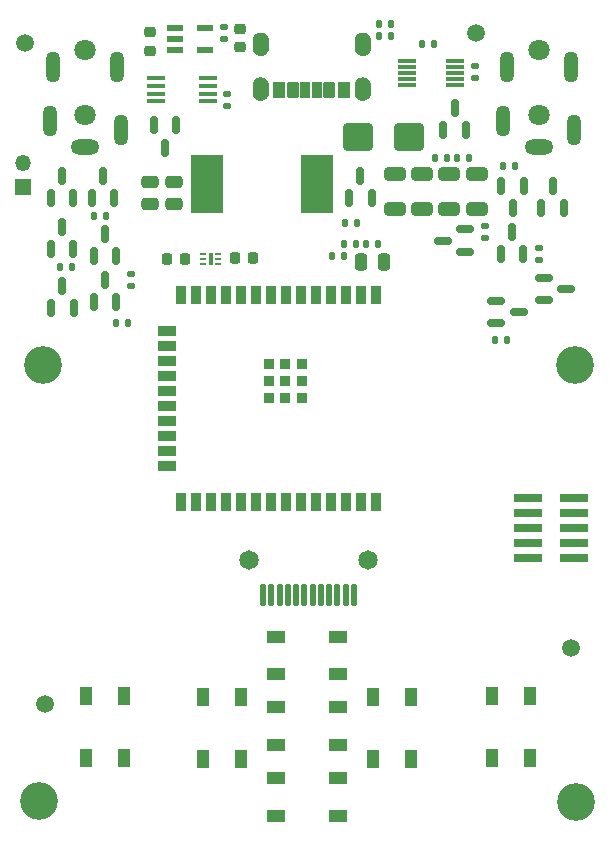
<source format=gbr>
G04 #@! TF.GenerationSoftware,KiCad,Pcbnew,7.0.5*
G04 #@! TF.CreationDate,2023-09-25T09:29:56+01:00*
G04 #@! TF.ProjectId,MaxTENS,4d617854-454e-4532-9e6b-696361645f70,rev?*
G04 #@! TF.SameCoordinates,Original*
G04 #@! TF.FileFunction,Soldermask,Top*
G04 #@! TF.FilePolarity,Negative*
%FSLAX46Y46*%
G04 Gerber Fmt 4.6, Leading zero omitted, Abs format (unit mm)*
G04 Created by KiCad (PCBNEW 7.0.5) date 2023-09-25 09:29:56*
%MOMM*%
%LPD*%
G01*
G04 APERTURE LIST*
G04 Aperture macros list*
%AMRoundRect*
0 Rectangle with rounded corners*
0 $1 Rounding radius*
0 $2 $3 $4 $5 $6 $7 $8 $9 X,Y pos of 4 corners*
0 Add a 4 corners polygon primitive as box body*
4,1,4,$2,$3,$4,$5,$6,$7,$8,$9,$2,$3,0*
0 Add four circle primitives for the rounded corners*
1,1,$1+$1,$2,$3*
1,1,$1+$1,$4,$5*
1,1,$1+$1,$6,$7*
1,1,$1+$1,$8,$9*
0 Add four rect primitives between the rounded corners*
20,1,$1+$1,$2,$3,$4,$5,0*
20,1,$1+$1,$4,$5,$6,$7,0*
20,1,$1+$1,$6,$7,$8,$9,0*
20,1,$1+$1,$8,$9,$2,$3,0*%
G04 Aperture macros list end*
%ADD10C,0.010000*%
%ADD11R,2.387600X0.762000*%
%ADD12C,1.500000*%
%ADD13RoundRect,0.135000X-0.185000X0.135000X-0.185000X-0.135000X0.185000X-0.135000X0.185000X0.135000X0*%
%ADD14RoundRect,0.150000X0.150000X-0.587500X0.150000X0.587500X-0.150000X0.587500X-0.150000X-0.587500X0*%
%ADD15RoundRect,0.135000X0.135000X0.185000X-0.135000X0.185000X-0.135000X-0.185000X0.135000X-0.185000X0*%
%ADD16RoundRect,0.150000X-0.150000X0.587500X-0.150000X-0.587500X0.150000X-0.587500X0.150000X0.587500X0*%
%ADD17RoundRect,0.150000X-0.587500X-0.150000X0.587500X-0.150000X0.587500X0.150000X-0.587500X0.150000X0*%
%ADD18RoundRect,0.135000X-0.135000X-0.185000X0.135000X-0.185000X0.135000X0.185000X-0.135000X0.185000X0*%
%ADD19RoundRect,0.250000X-0.650000X0.325000X-0.650000X-0.325000X0.650000X-0.325000X0.650000X0.325000X0*%
%ADD20C,3.200000*%
%ADD21R,1.320800X0.508000*%
%ADD22RoundRect,0.140000X-0.170000X0.140000X-0.170000X-0.140000X0.170000X-0.140000X0.170000X0.140000X0*%
%ADD23RoundRect,0.140000X-0.140000X-0.170000X0.140000X-0.170000X0.140000X0.170000X-0.140000X0.170000X0*%
%ADD24R,1.524000X0.330200*%
%ADD25C,1.800000*%
%ADD26O,2.420000X1.312000*%
%ADD27O,1.254000X2.654000*%
%ADD28R,1.549400X0.990600*%
%ADD29RoundRect,0.225000X0.250000X-0.225000X0.250000X0.225000X-0.250000X0.225000X-0.250000X-0.225000X0*%
%ADD30RoundRect,0.140000X0.140000X0.170000X-0.140000X0.170000X-0.140000X-0.170000X0.140000X-0.170000X0*%
%ADD31RoundRect,0.135000X0.185000X-0.135000X0.185000X0.135000X-0.185000X0.135000X-0.185000X-0.135000X0*%
%ADD32R,0.990600X1.549400*%
%ADD33R,0.558800X0.177800*%
%ADD34R,0.406400X1.041400*%
%ADD35RoundRect,0.250000X-0.475000X0.250000X-0.475000X-0.250000X0.475000X-0.250000X0.475000X0.250000X0*%
%ADD36R,0.900000X1.500000*%
%ADD37R,1.500000X0.900000*%
%ADD38R,0.900000X0.900000*%
%ADD39RoundRect,0.150000X0.587500X0.150000X-0.587500X0.150000X-0.587500X-0.150000X0.587500X-0.150000X0*%
%ADD40RoundRect,0.250000X1.000000X0.900000X-1.000000X0.900000X-1.000000X-0.900000X1.000000X-0.900000X0*%
%ADD41RoundRect,0.250000X-0.250000X-0.475000X0.250000X-0.475000X0.250000X0.475000X-0.250000X0.475000X0*%
%ADD42RoundRect,0.102000X0.350000X0.600000X-0.350000X0.600000X-0.350000X-0.600000X0.350000X-0.600000X0*%
%ADD43RoundRect,0.102000X0.380000X0.600000X-0.380000X0.600000X-0.380000X-0.600000X0.380000X-0.600000X0*%
%ADD44RoundRect,0.102000X0.400000X0.600000X-0.400000X0.600000X-0.400000X-0.600000X0.400000X-0.600000X0*%
%ADD45RoundRect,0.225000X-0.225000X-0.250000X0.225000X-0.250000X0.225000X0.250000X-0.225000X0.250000X0*%
%ADD46R,1.350000X1.350000*%
%ADD47O,1.350000X1.350000*%
%ADD48R,1.524000X0.457200*%
%ADD49RoundRect,0.225000X0.225000X0.250000X-0.225000X0.250000X-0.225000X-0.250000X0.225000X-0.250000X0*%
%ADD50C,1.650000*%
%ADD51RoundRect,0.101600X-0.175000X0.800000X-0.175000X-0.800000X0.175000X-0.800000X0.175000X0.800000X0*%
%ADD52R,2.794000X4.953000*%
G04 APERTURE END LIST*
G04 #@! TO.C,J1*
D10*
X227904000Y-45651000D02*
X227938000Y-45654000D01*
X227972000Y-45658000D01*
X228005000Y-45664000D01*
X228038000Y-45672000D01*
X228071000Y-45682000D01*
X228103000Y-45693000D01*
X228134000Y-45706000D01*
X228165000Y-45721000D01*
X228195000Y-45737000D01*
X228224000Y-45755000D01*
X228252000Y-45774000D01*
X228279000Y-45795000D01*
X228305000Y-45817000D01*
X228330000Y-45840000D01*
X228353000Y-45865000D01*
X228375000Y-45891000D01*
X228396000Y-45918000D01*
X228415000Y-45946000D01*
X228433000Y-45975000D01*
X228449000Y-46005000D01*
X228464000Y-46036000D01*
X228477000Y-46067000D01*
X228488000Y-46099000D01*
X228498000Y-46132000D01*
X228506000Y-46165000D01*
X228512000Y-46198000D01*
X228516000Y-46232000D01*
X228519000Y-46266000D01*
X228520000Y-46300000D01*
X228520000Y-46900000D01*
X228519000Y-46934000D01*
X228516000Y-46968000D01*
X228512000Y-47002000D01*
X228506000Y-47035000D01*
X228498000Y-47068000D01*
X228488000Y-47101000D01*
X228477000Y-47133000D01*
X228464000Y-47164000D01*
X228449000Y-47195000D01*
X228433000Y-47225000D01*
X228415000Y-47254000D01*
X228396000Y-47282000D01*
X228375000Y-47309000D01*
X228353000Y-47335000D01*
X228330000Y-47360000D01*
X228305000Y-47383000D01*
X228279000Y-47405000D01*
X228252000Y-47426000D01*
X228224000Y-47445000D01*
X228195000Y-47463000D01*
X228165000Y-47479000D01*
X228134000Y-47494000D01*
X228103000Y-47507000D01*
X228071000Y-47518000D01*
X228038000Y-47528000D01*
X228005000Y-47536000D01*
X227972000Y-47542000D01*
X227938000Y-47546000D01*
X227904000Y-47549000D01*
X227870000Y-47550000D01*
X227836000Y-47549000D01*
X227802000Y-47546000D01*
X227768000Y-47542000D01*
X227735000Y-47536000D01*
X227702000Y-47528000D01*
X227669000Y-47518000D01*
X227637000Y-47507000D01*
X227606000Y-47494000D01*
X227575000Y-47479000D01*
X227545000Y-47463000D01*
X227516000Y-47445000D01*
X227488000Y-47426000D01*
X227461000Y-47405000D01*
X227435000Y-47383000D01*
X227410000Y-47360000D01*
X227387000Y-47335000D01*
X227365000Y-47309000D01*
X227344000Y-47282000D01*
X227325000Y-47254000D01*
X227307000Y-47225000D01*
X227291000Y-47195000D01*
X227276000Y-47164000D01*
X227263000Y-47133000D01*
X227252000Y-47101000D01*
X227242000Y-47068000D01*
X227234000Y-47035000D01*
X227228000Y-47002000D01*
X227224000Y-46968000D01*
X227221000Y-46934000D01*
X227220000Y-46900000D01*
X227220000Y-46300000D01*
X227221000Y-46266000D01*
X227224000Y-46232000D01*
X227228000Y-46198000D01*
X227234000Y-46165000D01*
X227242000Y-46132000D01*
X227252000Y-46099000D01*
X227263000Y-46067000D01*
X227276000Y-46036000D01*
X227291000Y-46005000D01*
X227307000Y-45975000D01*
X227325000Y-45946000D01*
X227344000Y-45918000D01*
X227365000Y-45891000D01*
X227387000Y-45865000D01*
X227410000Y-45840000D01*
X227435000Y-45817000D01*
X227461000Y-45795000D01*
X227488000Y-45774000D01*
X227516000Y-45755000D01*
X227545000Y-45737000D01*
X227575000Y-45721000D01*
X227606000Y-45706000D01*
X227637000Y-45693000D01*
X227669000Y-45682000D01*
X227702000Y-45672000D01*
X227735000Y-45664000D01*
X227768000Y-45658000D01*
X227802000Y-45654000D01*
X227836000Y-45651000D01*
X227870000Y-45650000D01*
X227904000Y-45651000D01*
G36*
X227904000Y-45651000D02*
G01*
X227938000Y-45654000D01*
X227972000Y-45658000D01*
X228005000Y-45664000D01*
X228038000Y-45672000D01*
X228071000Y-45682000D01*
X228103000Y-45693000D01*
X228134000Y-45706000D01*
X228165000Y-45721000D01*
X228195000Y-45737000D01*
X228224000Y-45755000D01*
X228252000Y-45774000D01*
X228279000Y-45795000D01*
X228305000Y-45817000D01*
X228330000Y-45840000D01*
X228353000Y-45865000D01*
X228375000Y-45891000D01*
X228396000Y-45918000D01*
X228415000Y-45946000D01*
X228433000Y-45975000D01*
X228449000Y-46005000D01*
X228464000Y-46036000D01*
X228477000Y-46067000D01*
X228488000Y-46099000D01*
X228498000Y-46132000D01*
X228506000Y-46165000D01*
X228512000Y-46198000D01*
X228516000Y-46232000D01*
X228519000Y-46266000D01*
X228520000Y-46300000D01*
X228520000Y-46900000D01*
X228519000Y-46934000D01*
X228516000Y-46968000D01*
X228512000Y-47002000D01*
X228506000Y-47035000D01*
X228498000Y-47068000D01*
X228488000Y-47101000D01*
X228477000Y-47133000D01*
X228464000Y-47164000D01*
X228449000Y-47195000D01*
X228433000Y-47225000D01*
X228415000Y-47254000D01*
X228396000Y-47282000D01*
X228375000Y-47309000D01*
X228353000Y-47335000D01*
X228330000Y-47360000D01*
X228305000Y-47383000D01*
X228279000Y-47405000D01*
X228252000Y-47426000D01*
X228224000Y-47445000D01*
X228195000Y-47463000D01*
X228165000Y-47479000D01*
X228134000Y-47494000D01*
X228103000Y-47507000D01*
X228071000Y-47518000D01*
X228038000Y-47528000D01*
X228005000Y-47536000D01*
X227972000Y-47542000D01*
X227938000Y-47546000D01*
X227904000Y-47549000D01*
X227870000Y-47550000D01*
X227836000Y-47549000D01*
X227802000Y-47546000D01*
X227768000Y-47542000D01*
X227735000Y-47536000D01*
X227702000Y-47528000D01*
X227669000Y-47518000D01*
X227637000Y-47507000D01*
X227606000Y-47494000D01*
X227575000Y-47479000D01*
X227545000Y-47463000D01*
X227516000Y-47445000D01*
X227488000Y-47426000D01*
X227461000Y-47405000D01*
X227435000Y-47383000D01*
X227410000Y-47360000D01*
X227387000Y-47335000D01*
X227365000Y-47309000D01*
X227344000Y-47282000D01*
X227325000Y-47254000D01*
X227307000Y-47225000D01*
X227291000Y-47195000D01*
X227276000Y-47164000D01*
X227263000Y-47133000D01*
X227252000Y-47101000D01*
X227242000Y-47068000D01*
X227234000Y-47035000D01*
X227228000Y-47002000D01*
X227224000Y-46968000D01*
X227221000Y-46934000D01*
X227220000Y-46900000D01*
X227220000Y-46300000D01*
X227221000Y-46266000D01*
X227224000Y-46232000D01*
X227228000Y-46198000D01*
X227234000Y-46165000D01*
X227242000Y-46132000D01*
X227252000Y-46099000D01*
X227263000Y-46067000D01*
X227276000Y-46036000D01*
X227291000Y-46005000D01*
X227307000Y-45975000D01*
X227325000Y-45946000D01*
X227344000Y-45918000D01*
X227365000Y-45891000D01*
X227387000Y-45865000D01*
X227410000Y-45840000D01*
X227435000Y-45817000D01*
X227461000Y-45795000D01*
X227488000Y-45774000D01*
X227516000Y-45755000D01*
X227545000Y-45737000D01*
X227575000Y-45721000D01*
X227606000Y-45706000D01*
X227637000Y-45693000D01*
X227669000Y-45682000D01*
X227702000Y-45672000D01*
X227735000Y-45664000D01*
X227768000Y-45658000D01*
X227802000Y-45654000D01*
X227836000Y-45651000D01*
X227870000Y-45650000D01*
X227904000Y-45651000D01*
G37*
X227904000Y-41851000D02*
X227938000Y-41854000D01*
X227972000Y-41858000D01*
X228005000Y-41864000D01*
X228038000Y-41872000D01*
X228071000Y-41882000D01*
X228103000Y-41893000D01*
X228134000Y-41906000D01*
X228165000Y-41921000D01*
X228195000Y-41937000D01*
X228224000Y-41955000D01*
X228252000Y-41974000D01*
X228279000Y-41995000D01*
X228305000Y-42017000D01*
X228330000Y-42040000D01*
X228353000Y-42065000D01*
X228375000Y-42091000D01*
X228396000Y-42118000D01*
X228415000Y-42146000D01*
X228433000Y-42175000D01*
X228449000Y-42205000D01*
X228464000Y-42236000D01*
X228477000Y-42267000D01*
X228488000Y-42299000D01*
X228498000Y-42332000D01*
X228506000Y-42365000D01*
X228512000Y-42398000D01*
X228516000Y-42432000D01*
X228519000Y-42466000D01*
X228520000Y-42500000D01*
X228520000Y-43100000D01*
X228519000Y-43134000D01*
X228516000Y-43168000D01*
X228512000Y-43202000D01*
X228506000Y-43235000D01*
X228498000Y-43268000D01*
X228488000Y-43301000D01*
X228477000Y-43333000D01*
X228464000Y-43364000D01*
X228449000Y-43395000D01*
X228433000Y-43425000D01*
X228415000Y-43454000D01*
X228396000Y-43482000D01*
X228375000Y-43509000D01*
X228353000Y-43535000D01*
X228330000Y-43560000D01*
X228305000Y-43583000D01*
X228279000Y-43605000D01*
X228252000Y-43626000D01*
X228224000Y-43645000D01*
X228195000Y-43663000D01*
X228165000Y-43679000D01*
X228134000Y-43694000D01*
X228103000Y-43707000D01*
X228071000Y-43718000D01*
X228038000Y-43728000D01*
X228005000Y-43736000D01*
X227972000Y-43742000D01*
X227938000Y-43746000D01*
X227904000Y-43749000D01*
X227870000Y-43750000D01*
X227836000Y-43749000D01*
X227802000Y-43746000D01*
X227768000Y-43742000D01*
X227735000Y-43736000D01*
X227702000Y-43728000D01*
X227669000Y-43718000D01*
X227637000Y-43707000D01*
X227606000Y-43694000D01*
X227575000Y-43679000D01*
X227545000Y-43663000D01*
X227516000Y-43645000D01*
X227488000Y-43626000D01*
X227461000Y-43605000D01*
X227435000Y-43583000D01*
X227410000Y-43560000D01*
X227387000Y-43535000D01*
X227365000Y-43509000D01*
X227344000Y-43482000D01*
X227325000Y-43454000D01*
X227307000Y-43425000D01*
X227291000Y-43395000D01*
X227276000Y-43364000D01*
X227263000Y-43333000D01*
X227252000Y-43301000D01*
X227242000Y-43268000D01*
X227234000Y-43235000D01*
X227228000Y-43202000D01*
X227224000Y-43168000D01*
X227221000Y-43134000D01*
X227220000Y-43100000D01*
X227220000Y-42500000D01*
X227221000Y-42466000D01*
X227224000Y-42432000D01*
X227228000Y-42398000D01*
X227234000Y-42365000D01*
X227242000Y-42332000D01*
X227252000Y-42299000D01*
X227263000Y-42267000D01*
X227276000Y-42236000D01*
X227291000Y-42205000D01*
X227307000Y-42175000D01*
X227325000Y-42146000D01*
X227344000Y-42118000D01*
X227365000Y-42091000D01*
X227387000Y-42065000D01*
X227410000Y-42040000D01*
X227435000Y-42017000D01*
X227461000Y-41995000D01*
X227488000Y-41974000D01*
X227516000Y-41955000D01*
X227545000Y-41937000D01*
X227575000Y-41921000D01*
X227606000Y-41906000D01*
X227637000Y-41893000D01*
X227669000Y-41882000D01*
X227702000Y-41872000D01*
X227735000Y-41864000D01*
X227768000Y-41858000D01*
X227802000Y-41854000D01*
X227836000Y-41851000D01*
X227870000Y-41850000D01*
X227904000Y-41851000D01*
G36*
X227904000Y-41851000D02*
G01*
X227938000Y-41854000D01*
X227972000Y-41858000D01*
X228005000Y-41864000D01*
X228038000Y-41872000D01*
X228071000Y-41882000D01*
X228103000Y-41893000D01*
X228134000Y-41906000D01*
X228165000Y-41921000D01*
X228195000Y-41937000D01*
X228224000Y-41955000D01*
X228252000Y-41974000D01*
X228279000Y-41995000D01*
X228305000Y-42017000D01*
X228330000Y-42040000D01*
X228353000Y-42065000D01*
X228375000Y-42091000D01*
X228396000Y-42118000D01*
X228415000Y-42146000D01*
X228433000Y-42175000D01*
X228449000Y-42205000D01*
X228464000Y-42236000D01*
X228477000Y-42267000D01*
X228488000Y-42299000D01*
X228498000Y-42332000D01*
X228506000Y-42365000D01*
X228512000Y-42398000D01*
X228516000Y-42432000D01*
X228519000Y-42466000D01*
X228520000Y-42500000D01*
X228520000Y-43100000D01*
X228519000Y-43134000D01*
X228516000Y-43168000D01*
X228512000Y-43202000D01*
X228506000Y-43235000D01*
X228498000Y-43268000D01*
X228488000Y-43301000D01*
X228477000Y-43333000D01*
X228464000Y-43364000D01*
X228449000Y-43395000D01*
X228433000Y-43425000D01*
X228415000Y-43454000D01*
X228396000Y-43482000D01*
X228375000Y-43509000D01*
X228353000Y-43535000D01*
X228330000Y-43560000D01*
X228305000Y-43583000D01*
X228279000Y-43605000D01*
X228252000Y-43626000D01*
X228224000Y-43645000D01*
X228195000Y-43663000D01*
X228165000Y-43679000D01*
X228134000Y-43694000D01*
X228103000Y-43707000D01*
X228071000Y-43718000D01*
X228038000Y-43728000D01*
X228005000Y-43736000D01*
X227972000Y-43742000D01*
X227938000Y-43746000D01*
X227904000Y-43749000D01*
X227870000Y-43750000D01*
X227836000Y-43749000D01*
X227802000Y-43746000D01*
X227768000Y-43742000D01*
X227735000Y-43736000D01*
X227702000Y-43728000D01*
X227669000Y-43718000D01*
X227637000Y-43707000D01*
X227606000Y-43694000D01*
X227575000Y-43679000D01*
X227545000Y-43663000D01*
X227516000Y-43645000D01*
X227488000Y-43626000D01*
X227461000Y-43605000D01*
X227435000Y-43583000D01*
X227410000Y-43560000D01*
X227387000Y-43535000D01*
X227365000Y-43509000D01*
X227344000Y-43482000D01*
X227325000Y-43454000D01*
X227307000Y-43425000D01*
X227291000Y-43395000D01*
X227276000Y-43364000D01*
X227263000Y-43333000D01*
X227252000Y-43301000D01*
X227242000Y-43268000D01*
X227234000Y-43235000D01*
X227228000Y-43202000D01*
X227224000Y-43168000D01*
X227221000Y-43134000D01*
X227220000Y-43100000D01*
X227220000Y-42500000D01*
X227221000Y-42466000D01*
X227224000Y-42432000D01*
X227228000Y-42398000D01*
X227234000Y-42365000D01*
X227242000Y-42332000D01*
X227252000Y-42299000D01*
X227263000Y-42267000D01*
X227276000Y-42236000D01*
X227291000Y-42205000D01*
X227307000Y-42175000D01*
X227325000Y-42146000D01*
X227344000Y-42118000D01*
X227365000Y-42091000D01*
X227387000Y-42065000D01*
X227410000Y-42040000D01*
X227435000Y-42017000D01*
X227461000Y-41995000D01*
X227488000Y-41974000D01*
X227516000Y-41955000D01*
X227545000Y-41937000D01*
X227575000Y-41921000D01*
X227606000Y-41906000D01*
X227637000Y-41893000D01*
X227669000Y-41882000D01*
X227702000Y-41872000D01*
X227735000Y-41864000D01*
X227768000Y-41858000D01*
X227802000Y-41854000D01*
X227836000Y-41851000D01*
X227870000Y-41850000D01*
X227904000Y-41851000D01*
G37*
X219264000Y-45651000D02*
X219298000Y-45654000D01*
X219332000Y-45658000D01*
X219365000Y-45664000D01*
X219398000Y-45672000D01*
X219431000Y-45682000D01*
X219463000Y-45693000D01*
X219494000Y-45706000D01*
X219525000Y-45721000D01*
X219555000Y-45737000D01*
X219584000Y-45755000D01*
X219612000Y-45774000D01*
X219639000Y-45795000D01*
X219665000Y-45817000D01*
X219690000Y-45840000D01*
X219713000Y-45865000D01*
X219735000Y-45891000D01*
X219756000Y-45918000D01*
X219775000Y-45946000D01*
X219793000Y-45975000D01*
X219809000Y-46005000D01*
X219824000Y-46036000D01*
X219837000Y-46067000D01*
X219848000Y-46099000D01*
X219858000Y-46132000D01*
X219866000Y-46165000D01*
X219872000Y-46198000D01*
X219876000Y-46232000D01*
X219879000Y-46266000D01*
X219880000Y-46300000D01*
X219880000Y-46900000D01*
X219879000Y-46934000D01*
X219876000Y-46968000D01*
X219872000Y-47002000D01*
X219866000Y-47035000D01*
X219858000Y-47068000D01*
X219848000Y-47101000D01*
X219837000Y-47133000D01*
X219824000Y-47164000D01*
X219809000Y-47195000D01*
X219793000Y-47225000D01*
X219775000Y-47254000D01*
X219756000Y-47282000D01*
X219735000Y-47309000D01*
X219713000Y-47335000D01*
X219690000Y-47360000D01*
X219665000Y-47383000D01*
X219639000Y-47405000D01*
X219612000Y-47426000D01*
X219584000Y-47445000D01*
X219555000Y-47463000D01*
X219525000Y-47479000D01*
X219494000Y-47494000D01*
X219463000Y-47507000D01*
X219431000Y-47518000D01*
X219398000Y-47528000D01*
X219365000Y-47536000D01*
X219332000Y-47542000D01*
X219298000Y-47546000D01*
X219264000Y-47549000D01*
X219230000Y-47550000D01*
X219196000Y-47549000D01*
X219162000Y-47546000D01*
X219128000Y-47542000D01*
X219095000Y-47536000D01*
X219062000Y-47528000D01*
X219029000Y-47518000D01*
X218997000Y-47507000D01*
X218966000Y-47494000D01*
X218935000Y-47479000D01*
X218905000Y-47463000D01*
X218876000Y-47445000D01*
X218848000Y-47426000D01*
X218821000Y-47405000D01*
X218795000Y-47383000D01*
X218770000Y-47360000D01*
X218747000Y-47335000D01*
X218725000Y-47309000D01*
X218704000Y-47282000D01*
X218685000Y-47254000D01*
X218667000Y-47225000D01*
X218651000Y-47195000D01*
X218636000Y-47164000D01*
X218623000Y-47133000D01*
X218612000Y-47101000D01*
X218602000Y-47068000D01*
X218594000Y-47035000D01*
X218588000Y-47002000D01*
X218584000Y-46968000D01*
X218581000Y-46934000D01*
X218580000Y-46900000D01*
X218580000Y-46300000D01*
X218581000Y-46266000D01*
X218584000Y-46232000D01*
X218588000Y-46198000D01*
X218594000Y-46165000D01*
X218602000Y-46132000D01*
X218612000Y-46099000D01*
X218623000Y-46067000D01*
X218636000Y-46036000D01*
X218651000Y-46005000D01*
X218667000Y-45975000D01*
X218685000Y-45946000D01*
X218704000Y-45918000D01*
X218725000Y-45891000D01*
X218747000Y-45865000D01*
X218770000Y-45840000D01*
X218795000Y-45817000D01*
X218821000Y-45795000D01*
X218848000Y-45774000D01*
X218876000Y-45755000D01*
X218905000Y-45737000D01*
X218935000Y-45721000D01*
X218966000Y-45706000D01*
X218997000Y-45693000D01*
X219029000Y-45682000D01*
X219062000Y-45672000D01*
X219095000Y-45664000D01*
X219128000Y-45658000D01*
X219162000Y-45654000D01*
X219196000Y-45651000D01*
X219230000Y-45650000D01*
X219264000Y-45651000D01*
G36*
X219264000Y-45651000D02*
G01*
X219298000Y-45654000D01*
X219332000Y-45658000D01*
X219365000Y-45664000D01*
X219398000Y-45672000D01*
X219431000Y-45682000D01*
X219463000Y-45693000D01*
X219494000Y-45706000D01*
X219525000Y-45721000D01*
X219555000Y-45737000D01*
X219584000Y-45755000D01*
X219612000Y-45774000D01*
X219639000Y-45795000D01*
X219665000Y-45817000D01*
X219690000Y-45840000D01*
X219713000Y-45865000D01*
X219735000Y-45891000D01*
X219756000Y-45918000D01*
X219775000Y-45946000D01*
X219793000Y-45975000D01*
X219809000Y-46005000D01*
X219824000Y-46036000D01*
X219837000Y-46067000D01*
X219848000Y-46099000D01*
X219858000Y-46132000D01*
X219866000Y-46165000D01*
X219872000Y-46198000D01*
X219876000Y-46232000D01*
X219879000Y-46266000D01*
X219880000Y-46300000D01*
X219880000Y-46900000D01*
X219879000Y-46934000D01*
X219876000Y-46968000D01*
X219872000Y-47002000D01*
X219866000Y-47035000D01*
X219858000Y-47068000D01*
X219848000Y-47101000D01*
X219837000Y-47133000D01*
X219824000Y-47164000D01*
X219809000Y-47195000D01*
X219793000Y-47225000D01*
X219775000Y-47254000D01*
X219756000Y-47282000D01*
X219735000Y-47309000D01*
X219713000Y-47335000D01*
X219690000Y-47360000D01*
X219665000Y-47383000D01*
X219639000Y-47405000D01*
X219612000Y-47426000D01*
X219584000Y-47445000D01*
X219555000Y-47463000D01*
X219525000Y-47479000D01*
X219494000Y-47494000D01*
X219463000Y-47507000D01*
X219431000Y-47518000D01*
X219398000Y-47528000D01*
X219365000Y-47536000D01*
X219332000Y-47542000D01*
X219298000Y-47546000D01*
X219264000Y-47549000D01*
X219230000Y-47550000D01*
X219196000Y-47549000D01*
X219162000Y-47546000D01*
X219128000Y-47542000D01*
X219095000Y-47536000D01*
X219062000Y-47528000D01*
X219029000Y-47518000D01*
X218997000Y-47507000D01*
X218966000Y-47494000D01*
X218935000Y-47479000D01*
X218905000Y-47463000D01*
X218876000Y-47445000D01*
X218848000Y-47426000D01*
X218821000Y-47405000D01*
X218795000Y-47383000D01*
X218770000Y-47360000D01*
X218747000Y-47335000D01*
X218725000Y-47309000D01*
X218704000Y-47282000D01*
X218685000Y-47254000D01*
X218667000Y-47225000D01*
X218651000Y-47195000D01*
X218636000Y-47164000D01*
X218623000Y-47133000D01*
X218612000Y-47101000D01*
X218602000Y-47068000D01*
X218594000Y-47035000D01*
X218588000Y-47002000D01*
X218584000Y-46968000D01*
X218581000Y-46934000D01*
X218580000Y-46900000D01*
X218580000Y-46300000D01*
X218581000Y-46266000D01*
X218584000Y-46232000D01*
X218588000Y-46198000D01*
X218594000Y-46165000D01*
X218602000Y-46132000D01*
X218612000Y-46099000D01*
X218623000Y-46067000D01*
X218636000Y-46036000D01*
X218651000Y-46005000D01*
X218667000Y-45975000D01*
X218685000Y-45946000D01*
X218704000Y-45918000D01*
X218725000Y-45891000D01*
X218747000Y-45865000D01*
X218770000Y-45840000D01*
X218795000Y-45817000D01*
X218821000Y-45795000D01*
X218848000Y-45774000D01*
X218876000Y-45755000D01*
X218905000Y-45737000D01*
X218935000Y-45721000D01*
X218966000Y-45706000D01*
X218997000Y-45693000D01*
X219029000Y-45682000D01*
X219062000Y-45672000D01*
X219095000Y-45664000D01*
X219128000Y-45658000D01*
X219162000Y-45654000D01*
X219196000Y-45651000D01*
X219230000Y-45650000D01*
X219264000Y-45651000D01*
G37*
X219264000Y-41851000D02*
X219298000Y-41854000D01*
X219332000Y-41858000D01*
X219365000Y-41864000D01*
X219398000Y-41872000D01*
X219431000Y-41882000D01*
X219463000Y-41893000D01*
X219494000Y-41906000D01*
X219525000Y-41921000D01*
X219555000Y-41937000D01*
X219584000Y-41955000D01*
X219612000Y-41974000D01*
X219639000Y-41995000D01*
X219665000Y-42017000D01*
X219690000Y-42040000D01*
X219713000Y-42065000D01*
X219735000Y-42091000D01*
X219756000Y-42118000D01*
X219775000Y-42146000D01*
X219793000Y-42175000D01*
X219809000Y-42205000D01*
X219824000Y-42236000D01*
X219837000Y-42267000D01*
X219848000Y-42299000D01*
X219858000Y-42332000D01*
X219866000Y-42365000D01*
X219872000Y-42398000D01*
X219876000Y-42432000D01*
X219879000Y-42466000D01*
X219880000Y-42500000D01*
X219880000Y-43100000D01*
X219879000Y-43134000D01*
X219876000Y-43168000D01*
X219872000Y-43202000D01*
X219866000Y-43235000D01*
X219858000Y-43268000D01*
X219848000Y-43301000D01*
X219837000Y-43333000D01*
X219824000Y-43364000D01*
X219809000Y-43395000D01*
X219793000Y-43425000D01*
X219775000Y-43454000D01*
X219756000Y-43482000D01*
X219735000Y-43509000D01*
X219713000Y-43535000D01*
X219690000Y-43560000D01*
X219665000Y-43583000D01*
X219639000Y-43605000D01*
X219612000Y-43626000D01*
X219584000Y-43645000D01*
X219555000Y-43663000D01*
X219525000Y-43679000D01*
X219494000Y-43694000D01*
X219463000Y-43707000D01*
X219431000Y-43718000D01*
X219398000Y-43728000D01*
X219365000Y-43736000D01*
X219332000Y-43742000D01*
X219298000Y-43746000D01*
X219264000Y-43749000D01*
X219230000Y-43750000D01*
X219196000Y-43749000D01*
X219162000Y-43746000D01*
X219128000Y-43742000D01*
X219095000Y-43736000D01*
X219062000Y-43728000D01*
X219029000Y-43718000D01*
X218997000Y-43707000D01*
X218966000Y-43694000D01*
X218935000Y-43679000D01*
X218905000Y-43663000D01*
X218876000Y-43645000D01*
X218848000Y-43626000D01*
X218821000Y-43605000D01*
X218795000Y-43583000D01*
X218770000Y-43560000D01*
X218747000Y-43535000D01*
X218725000Y-43509000D01*
X218704000Y-43482000D01*
X218685000Y-43454000D01*
X218667000Y-43425000D01*
X218651000Y-43395000D01*
X218636000Y-43364000D01*
X218623000Y-43333000D01*
X218612000Y-43301000D01*
X218602000Y-43268000D01*
X218594000Y-43235000D01*
X218588000Y-43202000D01*
X218584000Y-43168000D01*
X218581000Y-43134000D01*
X218580000Y-43100000D01*
X218580000Y-42500000D01*
X218581000Y-42466000D01*
X218584000Y-42432000D01*
X218588000Y-42398000D01*
X218594000Y-42365000D01*
X218602000Y-42332000D01*
X218612000Y-42299000D01*
X218623000Y-42267000D01*
X218636000Y-42236000D01*
X218651000Y-42205000D01*
X218667000Y-42175000D01*
X218685000Y-42146000D01*
X218704000Y-42118000D01*
X218725000Y-42091000D01*
X218747000Y-42065000D01*
X218770000Y-42040000D01*
X218795000Y-42017000D01*
X218821000Y-41995000D01*
X218848000Y-41974000D01*
X218876000Y-41955000D01*
X218905000Y-41937000D01*
X218935000Y-41921000D01*
X218966000Y-41906000D01*
X218997000Y-41893000D01*
X219029000Y-41882000D01*
X219062000Y-41872000D01*
X219095000Y-41864000D01*
X219128000Y-41858000D01*
X219162000Y-41854000D01*
X219196000Y-41851000D01*
X219230000Y-41850000D01*
X219264000Y-41851000D01*
G36*
X219264000Y-41851000D02*
G01*
X219298000Y-41854000D01*
X219332000Y-41858000D01*
X219365000Y-41864000D01*
X219398000Y-41872000D01*
X219431000Y-41882000D01*
X219463000Y-41893000D01*
X219494000Y-41906000D01*
X219525000Y-41921000D01*
X219555000Y-41937000D01*
X219584000Y-41955000D01*
X219612000Y-41974000D01*
X219639000Y-41995000D01*
X219665000Y-42017000D01*
X219690000Y-42040000D01*
X219713000Y-42065000D01*
X219735000Y-42091000D01*
X219756000Y-42118000D01*
X219775000Y-42146000D01*
X219793000Y-42175000D01*
X219809000Y-42205000D01*
X219824000Y-42236000D01*
X219837000Y-42267000D01*
X219848000Y-42299000D01*
X219858000Y-42332000D01*
X219866000Y-42365000D01*
X219872000Y-42398000D01*
X219876000Y-42432000D01*
X219879000Y-42466000D01*
X219880000Y-42500000D01*
X219880000Y-43100000D01*
X219879000Y-43134000D01*
X219876000Y-43168000D01*
X219872000Y-43202000D01*
X219866000Y-43235000D01*
X219858000Y-43268000D01*
X219848000Y-43301000D01*
X219837000Y-43333000D01*
X219824000Y-43364000D01*
X219809000Y-43395000D01*
X219793000Y-43425000D01*
X219775000Y-43454000D01*
X219756000Y-43482000D01*
X219735000Y-43509000D01*
X219713000Y-43535000D01*
X219690000Y-43560000D01*
X219665000Y-43583000D01*
X219639000Y-43605000D01*
X219612000Y-43626000D01*
X219584000Y-43645000D01*
X219555000Y-43663000D01*
X219525000Y-43679000D01*
X219494000Y-43694000D01*
X219463000Y-43707000D01*
X219431000Y-43718000D01*
X219398000Y-43728000D01*
X219365000Y-43736000D01*
X219332000Y-43742000D01*
X219298000Y-43746000D01*
X219264000Y-43749000D01*
X219230000Y-43750000D01*
X219196000Y-43749000D01*
X219162000Y-43746000D01*
X219128000Y-43742000D01*
X219095000Y-43736000D01*
X219062000Y-43728000D01*
X219029000Y-43718000D01*
X218997000Y-43707000D01*
X218966000Y-43694000D01*
X218935000Y-43679000D01*
X218905000Y-43663000D01*
X218876000Y-43645000D01*
X218848000Y-43626000D01*
X218821000Y-43605000D01*
X218795000Y-43583000D01*
X218770000Y-43560000D01*
X218747000Y-43535000D01*
X218725000Y-43509000D01*
X218704000Y-43482000D01*
X218685000Y-43454000D01*
X218667000Y-43425000D01*
X218651000Y-43395000D01*
X218636000Y-43364000D01*
X218623000Y-43333000D01*
X218612000Y-43301000D01*
X218602000Y-43268000D01*
X218594000Y-43235000D01*
X218588000Y-43202000D01*
X218584000Y-43168000D01*
X218581000Y-43134000D01*
X218580000Y-43100000D01*
X218580000Y-42500000D01*
X218581000Y-42466000D01*
X218584000Y-42432000D01*
X218588000Y-42398000D01*
X218594000Y-42365000D01*
X218602000Y-42332000D01*
X218612000Y-42299000D01*
X218623000Y-42267000D01*
X218636000Y-42236000D01*
X218651000Y-42205000D01*
X218667000Y-42175000D01*
X218685000Y-42146000D01*
X218704000Y-42118000D01*
X218725000Y-42091000D01*
X218747000Y-42065000D01*
X218770000Y-42040000D01*
X218795000Y-42017000D01*
X218821000Y-41995000D01*
X218848000Y-41974000D01*
X218876000Y-41955000D01*
X218905000Y-41937000D01*
X218935000Y-41921000D01*
X218966000Y-41906000D01*
X218997000Y-41893000D01*
X219029000Y-41882000D01*
X219062000Y-41872000D01*
X219095000Y-41864000D01*
X219128000Y-41858000D01*
X219162000Y-41854000D01*
X219196000Y-41851000D01*
X219230000Y-41850000D01*
X219264000Y-41851000D01*
G37*
G04 #@! TD*
D11*
G04 #@! TO.C,J5*
X245800002Y-86340000D03*
X241900000Y-86340000D03*
X245800002Y-85070000D03*
X241900000Y-85070000D03*
X245800002Y-83800000D03*
X241900000Y-83800000D03*
X245800002Y-82530000D03*
X241900000Y-82530000D03*
X245800002Y-81260000D03*
X241900000Y-81260000D03*
G04 #@! TD*
D12*
G04 #@! TO.C,FID4*
X245580000Y-93960000D03*
G04 #@! TD*
G04 #@! TO.C,FID3*
X200980000Y-98660000D03*
G04 #@! TD*
G04 #@! TO.C,FID2*
X237480000Y-41860000D03*
G04 #@! TD*
G04 #@! TO.C,FID1*
X199280000Y-42760000D03*
G04 #@! TD*
D13*
G04 #@! TO.C,R17*
X216160000Y-41390000D03*
X216160000Y-42410000D03*
G04 #@! TD*
D14*
G04 #@! TO.C,Q4*
X201510000Y-55837500D03*
X203410000Y-55837500D03*
X202460000Y-53962500D03*
G04 #@! TD*
D15*
G04 #@! TO.C,R18*
X230310000Y-41100000D03*
X229290000Y-41100000D03*
G04 #@! TD*
D16*
G04 #@! TO.C,Q8*
X241540000Y-54855000D03*
X239640000Y-54855000D03*
X240590000Y-56730000D03*
G04 #@! TD*
D17*
G04 #@! TO.C,Q21*
X239222500Y-64570000D03*
X239222500Y-66470000D03*
X241097500Y-65520000D03*
G04 #@! TD*
D14*
G04 #@! TO.C,Q3*
X234740000Y-50087500D03*
X236640000Y-50087500D03*
X235690000Y-48212500D03*
G04 #@! TD*
D18*
G04 #@! TO.C,R3*
X235880000Y-52510000D03*
X236900000Y-52510000D03*
G04 #@! TD*
D14*
G04 #@! TO.C,Q6*
X201490000Y-60187500D03*
X203390000Y-60187500D03*
X202440000Y-58312500D03*
G04 #@! TD*
G04 #@! TO.C,Q9*
X243040000Y-56707500D03*
X244940000Y-56707500D03*
X243990000Y-54832500D03*
G04 #@! TD*
D19*
G04 #@! TO.C,C4*
X237620000Y-53855000D03*
X237620000Y-56805000D03*
G04 #@! TD*
D20*
G04 #@! TO.C,H2*
X200800000Y-70000000D03*
G04 #@! TD*
D21*
G04 #@! TO.C,U3*
X211979600Y-41424999D03*
X211979600Y-42375000D03*
X211979600Y-43325001D03*
X214570400Y-43325001D03*
X214570400Y-41424999D03*
G04 #@! TD*
D18*
G04 #@! TO.C,R4*
X232890000Y-42800000D03*
X233910000Y-42800000D03*
G04 #@! TD*
D19*
G04 #@! TO.C,C12*
X230600000Y-53845000D03*
X230600000Y-56795000D03*
G04 #@! TD*
D22*
G04 #@! TO.C,C5*
X237400000Y-44720000D03*
X237400000Y-45680000D03*
G04 #@! TD*
D23*
G04 #@! TO.C,C6*
X228210000Y-59780000D03*
X229170000Y-59780000D03*
G04 #@! TD*
D15*
G04 #@! TO.C,R1*
X227420000Y-58000000D03*
X226400000Y-58000000D03*
G04 #@! TD*
D24*
G04 #@! TO.C,U2*
X235744700Y-46300001D03*
X235744700Y-45799999D03*
X235744700Y-45300000D03*
X235744700Y-44800001D03*
X235744700Y-44299999D03*
X231655300Y-44299999D03*
X231655300Y-44800001D03*
X231655300Y-45300000D03*
X231655300Y-45799999D03*
X231655300Y-46300001D03*
G04 #@! TD*
D25*
G04 #@! TO.C,J3*
X204400000Y-48800000D03*
X204400000Y-43300000D03*
D26*
X204400000Y-51500000D03*
D27*
X207400000Y-50100000D03*
X201400000Y-49300000D03*
X207100000Y-44800000D03*
X201700000Y-44800000D03*
G04 #@! TD*
D20*
G04 #@! TO.C,H3*
X200500000Y-106900000D03*
G04 #@! TD*
D14*
G04 #@! TO.C,Q7*
X239590000Y-60640000D03*
X241490000Y-60640000D03*
X240540000Y-58765000D03*
G04 #@! TD*
D19*
G04 #@! TO.C,C11*
X232950000Y-53850000D03*
X232950000Y-56800000D03*
G04 #@! TD*
D20*
G04 #@! TO.C,H1*
X245900000Y-70000000D03*
G04 #@! TD*
D28*
G04 #@! TO.C,S6*
X220574999Y-104990001D03*
X225825001Y-104990001D03*
X220574999Y-108189999D03*
X225825001Y-108189999D03*
G04 #@! TD*
D15*
G04 #@! TO.C,R16*
X227330000Y-59790000D03*
X226310000Y-59790000D03*
G04 #@! TD*
D29*
G04 #@! TO.C,C10*
X209875000Y-43375000D03*
X209875000Y-41825000D03*
G04 #@! TD*
D30*
G04 #@! TO.C,C8*
X226280000Y-60750000D03*
X225320000Y-60750000D03*
G04 #@! TD*
D31*
G04 #@! TO.C,R22*
X208320000Y-63290000D03*
X208320000Y-62270000D03*
G04 #@! TD*
D17*
G04 #@! TO.C,Q19*
X243262500Y-62610000D03*
X243262500Y-64510000D03*
X245137500Y-63560000D03*
G04 #@! TD*
D18*
G04 #@! TO.C,R10*
X239140000Y-67880000D03*
X240160000Y-67880000D03*
G04 #@! TD*
D32*
G04 #@! TO.C,S4*
X231999999Y-98064999D03*
X231999999Y-103315001D03*
X228800001Y-98064999D03*
X228800001Y-103315001D03*
G04 #@! TD*
D33*
G04 #@! TO.C,U4*
X215670000Y-61440000D03*
X215670000Y-61040001D03*
X215670000Y-60640002D03*
X214374600Y-60640002D03*
X214374600Y-61040001D03*
X214374600Y-61440000D03*
D34*
X215022300Y-61040001D03*
G04 #@! TD*
D14*
G04 #@! TO.C,Q17*
X205130000Y-60787500D03*
X207030000Y-60787500D03*
X206080000Y-58912500D03*
G04 #@! TD*
D29*
G04 #@! TO.C,C9*
X217500000Y-43075000D03*
X217500000Y-41525000D03*
G04 #@! TD*
D14*
G04 #@! TO.C,Q16*
X205140000Y-64705000D03*
X207040000Y-64705000D03*
X206090000Y-62830000D03*
G04 #@! TD*
D31*
G04 #@! TO.C,R9*
X238220000Y-59240000D03*
X238220000Y-58220000D03*
G04 #@! TD*
D35*
G04 #@! TO.C,C1*
X209900000Y-54500000D03*
X209900000Y-56400000D03*
G04 #@! TD*
D36*
G04 #@! TO.C,IC1*
X229060000Y-64100000D03*
X227790000Y-64100000D03*
X226520000Y-64100000D03*
X225250000Y-64100000D03*
X223980000Y-64100000D03*
X222710000Y-64100000D03*
X221440000Y-64100000D03*
X220170000Y-64100000D03*
X218900000Y-64100000D03*
X217630000Y-64100000D03*
X216360000Y-64100000D03*
X215090000Y-64100000D03*
X213820000Y-64100000D03*
X212550000Y-64100000D03*
D37*
X211300000Y-67135000D03*
X211300000Y-68405000D03*
X211300000Y-69675000D03*
X211300000Y-70945000D03*
X211300000Y-72215000D03*
X211300000Y-73485000D03*
X211300000Y-74755000D03*
X211300000Y-76025000D03*
X211300000Y-77295000D03*
X211300000Y-78565000D03*
D36*
X212550000Y-81600000D03*
X213820000Y-81600000D03*
X215090000Y-81600000D03*
X216360000Y-81600000D03*
X217630000Y-81600000D03*
X218900000Y-81600000D03*
X220170000Y-81600000D03*
X221440000Y-81600000D03*
X222710000Y-81600000D03*
X223980000Y-81600000D03*
X225250000Y-81600000D03*
X226520000Y-81600000D03*
X227790000Y-81600000D03*
X229060000Y-81600000D03*
D38*
X222740000Y-69950000D03*
X221340000Y-69950000D03*
X219940000Y-69950000D03*
X219940000Y-71350000D03*
X219940000Y-72750000D03*
X221340000Y-72750000D03*
X222740000Y-72750000D03*
X222740000Y-71350000D03*
X221340000Y-71350000D03*
G04 #@! TD*
D18*
G04 #@! TO.C,R21*
X207040000Y-66480000D03*
X208060000Y-66480000D03*
G04 #@! TD*
D31*
G04 #@! TO.C,R7*
X242820000Y-61070000D03*
X242820000Y-60050000D03*
G04 #@! TD*
D18*
G04 #@! TO.C,R6*
X205170000Y-57380000D03*
X206190000Y-57380000D03*
G04 #@! TD*
D39*
G04 #@! TO.C,Q20*
X236597500Y-60420000D03*
X236597500Y-58520000D03*
X234722500Y-59470000D03*
G04 #@! TD*
D28*
G04 #@! TO.C,S3*
X220574999Y-92990001D03*
X225825001Y-92990001D03*
X220574999Y-96189999D03*
X225825001Y-96189999D03*
G04 #@! TD*
D19*
G04 #@! TO.C,C3*
X235250000Y-53850000D03*
X235250000Y-56800000D03*
G04 #@! TD*
D40*
G04 #@! TO.C,D1*
X231800000Y-50700000D03*
X227500000Y-50700000D03*
G04 #@! TD*
D41*
G04 #@! TO.C,C7*
X227800000Y-61290000D03*
X229700000Y-61290000D03*
G04 #@! TD*
D15*
G04 #@! TO.C,R8*
X240820000Y-53180000D03*
X239800000Y-53180000D03*
G04 #@! TD*
D42*
G04 #@! TO.C,J1*
X224050000Y-46680000D03*
D43*
X222030000Y-46680000D03*
D44*
X220800000Y-46680000D03*
D42*
X223050000Y-46680000D03*
D43*
X225070000Y-46680000D03*
D44*
X226300000Y-46680000D03*
G04 #@! TD*
D32*
G04 #@! TO.C,S2*
X238880001Y-103295001D03*
X238880001Y-98044999D03*
X242079999Y-103295001D03*
X242079999Y-98044999D03*
G04 #@! TD*
D45*
G04 #@! TO.C,C14*
X217055000Y-60910000D03*
X218605000Y-60910000D03*
G04 #@! TD*
D13*
G04 #@! TO.C,R5*
X216400000Y-47090000D03*
X216400000Y-48110000D03*
G04 #@! TD*
D16*
G04 #@! TO.C,Q2*
X212130000Y-49710000D03*
X210230000Y-49710000D03*
X211180000Y-51585000D03*
G04 #@! TD*
D14*
G04 #@! TO.C,Q5*
X204950000Y-55847500D03*
X206850000Y-55847500D03*
X205900000Y-53972500D03*
G04 #@! TD*
G04 #@! TO.C,Q18*
X201520000Y-65180000D03*
X203420000Y-65180000D03*
X202470000Y-63305000D03*
G04 #@! TD*
D18*
G04 #@! TO.C,R19*
X229290000Y-42100000D03*
X230310000Y-42100000D03*
G04 #@! TD*
D28*
G04 #@! TO.C,S7*
X220574999Y-98990001D03*
X225825001Y-98990001D03*
X220574999Y-102189999D03*
X225825001Y-102189999D03*
G04 #@! TD*
D46*
G04 #@! TO.C,J6*
X199100000Y-54900000D03*
D47*
X199100000Y-52900000D03*
G04 #@! TD*
D48*
G04 #@! TO.C,U1*
X210428300Y-45725001D03*
X210428300Y-46374999D03*
X210428300Y-47025001D03*
X210428300Y-47674999D03*
X214771700Y-47674999D03*
X214771700Y-47025001D03*
X214771700Y-46374999D03*
X214771700Y-45725001D03*
G04 #@! TD*
D49*
G04 #@! TO.C,C13*
X212865000Y-61020000D03*
X211315000Y-61020000D03*
G04 #@! TD*
D35*
G04 #@! TO.C,C2*
X211900000Y-54500000D03*
X211900000Y-56400000D03*
G04 #@! TD*
D50*
G04 #@! TO.C,J4*
X218318500Y-86529000D03*
X228351500Y-86529000D03*
D51*
X227161500Y-89450000D03*
X226461500Y-89450000D03*
X225761500Y-89450000D03*
X225061500Y-89450000D03*
X224361500Y-89450000D03*
X223661500Y-89450000D03*
X222961500Y-89450000D03*
X222261500Y-89450000D03*
X221561500Y-89450000D03*
X220861500Y-89450000D03*
X220161500Y-89450000D03*
X219461500Y-89450000D03*
G04 #@! TD*
D14*
G04 #@! TO.C,Q1*
X226750000Y-55900000D03*
X228650000Y-55900000D03*
X227700000Y-54025000D03*
G04 #@! TD*
D52*
G04 #@! TO.C,L1*
X214719100Y-54680000D03*
X224040900Y-54680000D03*
G04 #@! TD*
D32*
G04 #@! TO.C,S5*
X214400000Y-103315001D03*
X214400000Y-98064999D03*
X217599998Y-103315001D03*
X217599998Y-98064999D03*
G04 #@! TD*
D18*
G04 #@! TO.C,R2*
X233990000Y-52500000D03*
X235010000Y-52500000D03*
G04 #@! TD*
D20*
G04 #@! TO.C,H4*
X246000000Y-107000000D03*
G04 #@! TD*
D25*
G04 #@! TO.C,J2*
X242800000Y-48800000D03*
X242800000Y-43300000D03*
D26*
X242800000Y-51500000D03*
D27*
X245800000Y-50100000D03*
X239800000Y-49300000D03*
X245500000Y-44800000D03*
X240100000Y-44800000D03*
G04 #@! TD*
D32*
G04 #@! TO.C,S1*
X204500001Y-103295001D03*
X204500001Y-98044999D03*
X207699999Y-103295001D03*
X207699999Y-98044999D03*
G04 #@! TD*
D15*
G04 #@! TO.C,R20*
X203320000Y-61740000D03*
X202300000Y-61740000D03*
G04 #@! TD*
M02*

</source>
